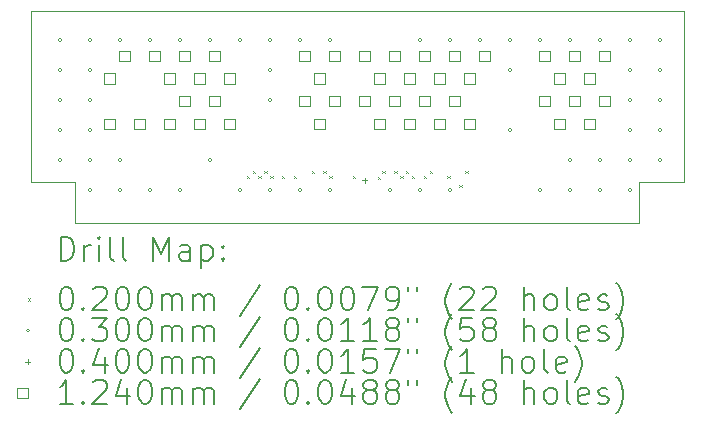
<source format=gbr>
%TF.GenerationSoftware,KiCad,Pcbnew,7.0.7*%
%TF.CreationDate,2023-10-10T05:26:58-05:00*%
%TF.ProjectId,psio-qsb,7073696f-2d71-4736-922e-6b696361645f,rev?*%
%TF.SameCoordinates,Original*%
%TF.FileFunction,Drillmap*%
%TF.FilePolarity,Positive*%
%FSLAX45Y45*%
G04 Gerber Fmt 4.5, Leading zero omitted, Abs format (unit mm)*
G04 Created by KiCad (PCBNEW 7.0.7) date 2023-10-10 05:26:58*
%MOMM*%
%LPD*%
G01*
G04 APERTURE LIST*
%ADD10C,0.100000*%
%ADD11C,0.200000*%
%ADD12C,0.020000*%
%ADD13C,0.030000*%
%ADD14C,0.040000*%
%ADD15C,0.124000*%
G04 APERTURE END LIST*
D10*
X17710000Y-11460000D02*
X12180000Y-11460000D01*
X12180000Y-11460000D02*
X12180000Y-12915000D01*
X17330000Y-12910000D02*
X17710000Y-12910000D01*
X12560000Y-13260000D02*
X17330000Y-13260000D01*
X12180000Y-12915000D02*
X12560000Y-12915000D01*
X17330000Y-13260000D02*
X17330000Y-12910000D01*
X12560000Y-12915000D02*
X12560000Y-13260000D01*
X17710000Y-12910000D02*
X17710000Y-11460000D01*
D11*
D12*
X14010000Y-12860000D02*
X14030000Y-12880000D01*
X14030000Y-12860000D02*
X14010000Y-12880000D01*
X14060000Y-12817500D02*
X14080000Y-12837500D01*
X14080000Y-12817500D02*
X14060000Y-12837500D01*
X14110000Y-12860000D02*
X14130000Y-12880000D01*
X14130000Y-12860000D02*
X14110000Y-12880000D01*
X14160000Y-12817500D02*
X14180000Y-12837500D01*
X14180000Y-12817500D02*
X14160000Y-12837500D01*
X14210000Y-12860000D02*
X14230000Y-12880000D01*
X14230000Y-12860000D02*
X14210000Y-12880000D01*
X14310000Y-12860000D02*
X14330000Y-12880000D01*
X14330000Y-12860000D02*
X14310000Y-12880000D01*
X14410000Y-12860000D02*
X14430000Y-12880000D01*
X14430000Y-12860000D02*
X14410000Y-12880000D01*
X14560000Y-12817500D02*
X14580000Y-12837500D01*
X14580000Y-12817500D02*
X14560000Y-12837500D01*
X14660000Y-12817500D02*
X14680000Y-12837500D01*
X14680000Y-12817500D02*
X14660000Y-12837500D01*
X14710000Y-12860000D02*
X14730000Y-12880000D01*
X14730000Y-12860000D02*
X14710000Y-12880000D01*
X14910000Y-12860000D02*
X14930000Y-12880000D01*
X14930000Y-12860000D02*
X14910000Y-12880000D01*
X15122500Y-12870000D02*
X15142500Y-12890000D01*
X15142500Y-12870000D02*
X15122500Y-12890000D01*
X15160000Y-12817500D02*
X15180000Y-12837500D01*
X15180000Y-12817500D02*
X15160000Y-12837500D01*
X15260000Y-12817500D02*
X15280000Y-12837500D01*
X15280000Y-12817500D02*
X15260000Y-12837500D01*
X15310000Y-12860000D02*
X15330000Y-12880000D01*
X15330000Y-12860000D02*
X15310000Y-12880000D01*
X15360000Y-12817500D02*
X15380000Y-12837500D01*
X15380000Y-12817500D02*
X15360000Y-12837500D01*
X15410000Y-12860000D02*
X15430000Y-12880000D01*
X15430000Y-12860000D02*
X15410000Y-12880000D01*
X15510000Y-12860000D02*
X15530000Y-12880000D01*
X15530000Y-12860000D02*
X15510000Y-12880000D01*
X15560000Y-12817500D02*
X15580000Y-12837500D01*
X15580000Y-12817500D02*
X15560000Y-12837500D01*
X15710000Y-12860000D02*
X15730000Y-12880000D01*
X15730000Y-12860000D02*
X15710000Y-12880000D01*
X15809398Y-12935000D02*
X15829398Y-12955000D01*
X15829398Y-12935000D02*
X15809398Y-12955000D01*
X15860000Y-12817500D02*
X15880000Y-12837500D01*
X15880000Y-12817500D02*
X15860000Y-12837500D01*
D13*
X12444000Y-11709000D02*
G75*
G03*
X12444000Y-11709000I-15000J0D01*
G01*
X12444000Y-11963000D02*
G75*
G03*
X12444000Y-11963000I-15000J0D01*
G01*
X12444000Y-12217000D02*
G75*
G03*
X12444000Y-12217000I-15000J0D01*
G01*
X12444000Y-12471000D02*
G75*
G03*
X12444000Y-12471000I-15000J0D01*
G01*
X12444000Y-12725000D02*
G75*
G03*
X12444000Y-12725000I-15000J0D01*
G01*
X12698000Y-11709000D02*
G75*
G03*
X12698000Y-11709000I-15000J0D01*
G01*
X12698000Y-11963000D02*
G75*
G03*
X12698000Y-11963000I-15000J0D01*
G01*
X12698000Y-12217000D02*
G75*
G03*
X12698000Y-12217000I-15000J0D01*
G01*
X12698000Y-12471000D02*
G75*
G03*
X12698000Y-12471000I-15000J0D01*
G01*
X12698000Y-12725000D02*
G75*
G03*
X12698000Y-12725000I-15000J0D01*
G01*
X12698000Y-12979000D02*
G75*
G03*
X12698000Y-12979000I-15000J0D01*
G01*
X12952000Y-11709000D02*
G75*
G03*
X12952000Y-11709000I-15000J0D01*
G01*
X12952000Y-12725000D02*
G75*
G03*
X12952000Y-12725000I-15000J0D01*
G01*
X12952000Y-12979000D02*
G75*
G03*
X12952000Y-12979000I-15000J0D01*
G01*
X13206000Y-11709000D02*
G75*
G03*
X13206000Y-11709000I-15000J0D01*
G01*
X13206000Y-12979000D02*
G75*
G03*
X13206000Y-12979000I-15000J0D01*
G01*
X13460000Y-11709000D02*
G75*
G03*
X13460000Y-11709000I-15000J0D01*
G01*
X13460000Y-12979000D02*
G75*
G03*
X13460000Y-12979000I-15000J0D01*
G01*
X13714000Y-11709000D02*
G75*
G03*
X13714000Y-11709000I-15000J0D01*
G01*
X13714000Y-12725000D02*
G75*
G03*
X13714000Y-12725000I-15000J0D01*
G01*
X13968000Y-11709000D02*
G75*
G03*
X13968000Y-11709000I-15000J0D01*
G01*
X13968000Y-12979000D02*
G75*
G03*
X13968000Y-12979000I-15000J0D01*
G01*
X14222000Y-11709000D02*
G75*
G03*
X14222000Y-11709000I-15000J0D01*
G01*
X14222000Y-11963000D02*
G75*
G03*
X14222000Y-11963000I-15000J0D01*
G01*
X14222000Y-12217000D02*
G75*
G03*
X14222000Y-12217000I-15000J0D01*
G01*
X14222000Y-12979000D02*
G75*
G03*
X14222000Y-12979000I-15000J0D01*
G01*
X14476000Y-11709000D02*
G75*
G03*
X14476000Y-11709000I-15000J0D01*
G01*
X14476000Y-12979000D02*
G75*
G03*
X14476000Y-12979000I-15000J0D01*
G01*
X14730000Y-11709000D02*
G75*
G03*
X14730000Y-11709000I-15000J0D01*
G01*
X14730000Y-12979000D02*
G75*
G03*
X14730000Y-12979000I-15000J0D01*
G01*
X15238000Y-12979000D02*
G75*
G03*
X15238000Y-12979000I-15000J0D01*
G01*
X15492000Y-11709000D02*
G75*
G03*
X15492000Y-11709000I-15000J0D01*
G01*
X15492000Y-12979000D02*
G75*
G03*
X15492000Y-12979000I-15000J0D01*
G01*
X15746000Y-11709000D02*
G75*
G03*
X15746000Y-11709000I-15000J0D01*
G01*
X15746000Y-12979000D02*
G75*
G03*
X15746000Y-12979000I-15000J0D01*
G01*
X16000000Y-11709000D02*
G75*
G03*
X16000000Y-11709000I-15000J0D01*
G01*
X16254000Y-11709000D02*
G75*
G03*
X16254000Y-11709000I-15000J0D01*
G01*
X16254000Y-11963000D02*
G75*
G03*
X16254000Y-11963000I-15000J0D01*
G01*
X16254000Y-12471000D02*
G75*
G03*
X16254000Y-12471000I-15000J0D01*
G01*
X16508000Y-11709000D02*
G75*
G03*
X16508000Y-11709000I-15000J0D01*
G01*
X16508000Y-12979000D02*
G75*
G03*
X16508000Y-12979000I-15000J0D01*
G01*
X16762000Y-11709000D02*
G75*
G03*
X16762000Y-11709000I-15000J0D01*
G01*
X16762000Y-12725000D02*
G75*
G03*
X16762000Y-12725000I-15000J0D01*
G01*
X16762000Y-12979000D02*
G75*
G03*
X16762000Y-12979000I-15000J0D01*
G01*
X17016000Y-11709000D02*
G75*
G03*
X17016000Y-11709000I-15000J0D01*
G01*
X17016000Y-12725000D02*
G75*
G03*
X17016000Y-12725000I-15000J0D01*
G01*
X17016000Y-12979000D02*
G75*
G03*
X17016000Y-12979000I-15000J0D01*
G01*
X17270000Y-11709000D02*
G75*
G03*
X17270000Y-11709000I-15000J0D01*
G01*
X17270000Y-11963000D02*
G75*
G03*
X17270000Y-11963000I-15000J0D01*
G01*
X17270000Y-12217000D02*
G75*
G03*
X17270000Y-12217000I-15000J0D01*
G01*
X17270000Y-12471000D02*
G75*
G03*
X17270000Y-12471000I-15000J0D01*
G01*
X17270000Y-12725000D02*
G75*
G03*
X17270000Y-12725000I-15000J0D01*
G01*
X17270000Y-12979000D02*
G75*
G03*
X17270000Y-12979000I-15000J0D01*
G01*
X17524000Y-11709000D02*
G75*
G03*
X17524000Y-11709000I-15000J0D01*
G01*
X17524000Y-11963000D02*
G75*
G03*
X17524000Y-11963000I-15000J0D01*
G01*
X17524000Y-12217000D02*
G75*
G03*
X17524000Y-12217000I-15000J0D01*
G01*
X17524000Y-12471000D02*
G75*
G03*
X17524000Y-12471000I-15000J0D01*
G01*
X17524000Y-12725000D02*
G75*
G03*
X17524000Y-12725000I-15000J0D01*
G01*
D14*
X15010000Y-12877500D02*
X15010000Y-12917500D01*
X14990000Y-12897500D02*
X15030000Y-12897500D01*
D15*
X12893841Y-12079841D02*
X12893841Y-11992159D01*
X12806159Y-11992159D01*
X12806159Y-12079841D01*
X12893841Y-12079841D01*
X12893841Y-12461841D02*
X12893841Y-12374159D01*
X12806159Y-12374159D01*
X12806159Y-12461841D01*
X12893841Y-12461841D01*
X13020841Y-11888841D02*
X13020841Y-11801159D01*
X12933159Y-11801159D01*
X12933159Y-11888841D01*
X13020841Y-11888841D01*
X13147841Y-12461841D02*
X13147841Y-12374159D01*
X13060159Y-12374159D01*
X13060159Y-12461841D01*
X13147841Y-12461841D01*
X13274841Y-11888841D02*
X13274841Y-11801159D01*
X13187159Y-11801159D01*
X13187159Y-11888841D01*
X13274841Y-11888841D01*
X13401841Y-12079841D02*
X13401841Y-11992159D01*
X13314159Y-11992159D01*
X13314159Y-12079841D01*
X13401841Y-12079841D01*
X13401841Y-12461841D02*
X13401841Y-12374159D01*
X13314159Y-12374159D01*
X13314159Y-12461841D01*
X13401841Y-12461841D01*
X13528841Y-11888841D02*
X13528841Y-11801159D01*
X13441159Y-11801159D01*
X13441159Y-11888841D01*
X13528841Y-11888841D01*
X13528841Y-12270841D02*
X13528841Y-12183159D01*
X13441159Y-12183159D01*
X13441159Y-12270841D01*
X13528841Y-12270841D01*
X13655841Y-12079841D02*
X13655841Y-11992159D01*
X13568159Y-11992159D01*
X13568159Y-12079841D01*
X13655841Y-12079841D01*
X13655841Y-12461841D02*
X13655841Y-12374159D01*
X13568159Y-12374159D01*
X13568159Y-12461841D01*
X13655841Y-12461841D01*
X13782841Y-11888841D02*
X13782841Y-11801159D01*
X13695159Y-11801159D01*
X13695159Y-11888841D01*
X13782841Y-11888841D01*
X13782841Y-12270841D02*
X13782841Y-12183159D01*
X13695159Y-12183159D01*
X13695159Y-12270841D01*
X13782841Y-12270841D01*
X13909841Y-12079841D02*
X13909841Y-11992159D01*
X13822159Y-11992159D01*
X13822159Y-12079841D01*
X13909841Y-12079841D01*
X13909841Y-12461841D02*
X13909841Y-12374159D01*
X13822159Y-12374159D01*
X13822159Y-12461841D01*
X13909841Y-12461841D01*
X14544841Y-11888841D02*
X14544841Y-11801159D01*
X14457159Y-11801159D01*
X14457159Y-11888841D01*
X14544841Y-11888841D01*
X14544841Y-12270841D02*
X14544841Y-12183159D01*
X14457159Y-12183159D01*
X14457159Y-12270841D01*
X14544841Y-12270841D01*
X14671841Y-12079841D02*
X14671841Y-11992159D01*
X14584159Y-11992159D01*
X14584159Y-12079841D01*
X14671841Y-12079841D01*
X14671841Y-12461841D02*
X14671841Y-12374159D01*
X14584159Y-12374159D01*
X14584159Y-12461841D01*
X14671841Y-12461841D01*
X14798841Y-11888841D02*
X14798841Y-11801159D01*
X14711159Y-11801159D01*
X14711159Y-11888841D01*
X14798841Y-11888841D01*
X14798841Y-12270841D02*
X14798841Y-12183159D01*
X14711159Y-12183159D01*
X14711159Y-12270841D01*
X14798841Y-12270841D01*
X15052841Y-11888841D02*
X15052841Y-11801159D01*
X14965159Y-11801159D01*
X14965159Y-11888841D01*
X15052841Y-11888841D01*
X15052841Y-12270841D02*
X15052841Y-12183159D01*
X14965159Y-12183159D01*
X14965159Y-12270841D01*
X15052841Y-12270841D01*
X15179841Y-12079841D02*
X15179841Y-11992159D01*
X15092159Y-11992159D01*
X15092159Y-12079841D01*
X15179841Y-12079841D01*
X15179841Y-12461841D02*
X15179841Y-12374159D01*
X15092159Y-12374159D01*
X15092159Y-12461841D01*
X15179841Y-12461841D01*
X15306841Y-11888841D02*
X15306841Y-11801159D01*
X15219159Y-11801159D01*
X15219159Y-11888841D01*
X15306841Y-11888841D01*
X15306841Y-12270841D02*
X15306841Y-12183159D01*
X15219159Y-12183159D01*
X15219159Y-12270841D01*
X15306841Y-12270841D01*
X15433841Y-12079841D02*
X15433841Y-11992159D01*
X15346159Y-11992159D01*
X15346159Y-12079841D01*
X15433841Y-12079841D01*
X15433841Y-12461841D02*
X15433841Y-12374159D01*
X15346159Y-12374159D01*
X15346159Y-12461841D01*
X15433841Y-12461841D01*
X15560841Y-11888841D02*
X15560841Y-11801159D01*
X15473159Y-11801159D01*
X15473159Y-11888841D01*
X15560841Y-11888841D01*
X15560841Y-12270841D02*
X15560841Y-12183159D01*
X15473159Y-12183159D01*
X15473159Y-12270841D01*
X15560841Y-12270841D01*
X15687841Y-12079841D02*
X15687841Y-11992159D01*
X15600159Y-11992159D01*
X15600159Y-12079841D01*
X15687841Y-12079841D01*
X15687841Y-12461841D02*
X15687841Y-12374159D01*
X15600159Y-12374159D01*
X15600159Y-12461841D01*
X15687841Y-12461841D01*
X15814841Y-11888841D02*
X15814841Y-11801159D01*
X15727159Y-11801159D01*
X15727159Y-11888841D01*
X15814841Y-11888841D01*
X15814841Y-12270841D02*
X15814841Y-12183159D01*
X15727159Y-12183159D01*
X15727159Y-12270841D01*
X15814841Y-12270841D01*
X15941841Y-12079841D02*
X15941841Y-11992159D01*
X15854159Y-11992159D01*
X15854159Y-12079841D01*
X15941841Y-12079841D01*
X15941841Y-12461841D02*
X15941841Y-12374159D01*
X15854159Y-12374159D01*
X15854159Y-12461841D01*
X15941841Y-12461841D01*
X16068841Y-11888841D02*
X16068841Y-11801159D01*
X15981159Y-11801159D01*
X15981159Y-11888841D01*
X16068841Y-11888841D01*
X16576841Y-11888841D02*
X16576841Y-11801159D01*
X16489159Y-11801159D01*
X16489159Y-11888841D01*
X16576841Y-11888841D01*
X16576841Y-12270841D02*
X16576841Y-12183159D01*
X16489159Y-12183159D01*
X16489159Y-12270841D01*
X16576841Y-12270841D01*
X16703841Y-12079841D02*
X16703841Y-11992159D01*
X16616159Y-11992159D01*
X16616159Y-12079841D01*
X16703841Y-12079841D01*
X16703841Y-12461841D02*
X16703841Y-12374159D01*
X16616159Y-12374159D01*
X16616159Y-12461841D01*
X16703841Y-12461841D01*
X16830841Y-11888841D02*
X16830841Y-11801159D01*
X16743159Y-11801159D01*
X16743159Y-11888841D01*
X16830841Y-11888841D01*
X16830841Y-12270841D02*
X16830841Y-12183159D01*
X16743159Y-12183159D01*
X16743159Y-12270841D01*
X16830841Y-12270841D01*
X16957841Y-12079841D02*
X16957841Y-11992159D01*
X16870159Y-11992159D01*
X16870159Y-12079841D01*
X16957841Y-12079841D01*
X16957841Y-12461841D02*
X16957841Y-12374159D01*
X16870159Y-12374159D01*
X16870159Y-12461841D01*
X16957841Y-12461841D01*
X17084841Y-11888841D02*
X17084841Y-11801159D01*
X16997159Y-11801159D01*
X16997159Y-11888841D01*
X17084841Y-11888841D01*
X17084841Y-12270841D02*
X17084841Y-12183159D01*
X16997159Y-12183159D01*
X16997159Y-12270841D01*
X17084841Y-12270841D01*
D11*
X12435777Y-13576484D02*
X12435777Y-13376484D01*
X12435777Y-13376484D02*
X12483396Y-13376484D01*
X12483396Y-13376484D02*
X12511967Y-13386008D01*
X12511967Y-13386008D02*
X12531015Y-13405055D01*
X12531015Y-13405055D02*
X12540539Y-13424103D01*
X12540539Y-13424103D02*
X12550062Y-13462198D01*
X12550062Y-13462198D02*
X12550062Y-13490769D01*
X12550062Y-13490769D02*
X12540539Y-13528865D01*
X12540539Y-13528865D02*
X12531015Y-13547912D01*
X12531015Y-13547912D02*
X12511967Y-13566960D01*
X12511967Y-13566960D02*
X12483396Y-13576484D01*
X12483396Y-13576484D02*
X12435777Y-13576484D01*
X12635777Y-13576484D02*
X12635777Y-13443150D01*
X12635777Y-13481246D02*
X12645301Y-13462198D01*
X12645301Y-13462198D02*
X12654824Y-13452674D01*
X12654824Y-13452674D02*
X12673872Y-13443150D01*
X12673872Y-13443150D02*
X12692920Y-13443150D01*
X12759586Y-13576484D02*
X12759586Y-13443150D01*
X12759586Y-13376484D02*
X12750062Y-13386008D01*
X12750062Y-13386008D02*
X12759586Y-13395531D01*
X12759586Y-13395531D02*
X12769110Y-13386008D01*
X12769110Y-13386008D02*
X12759586Y-13376484D01*
X12759586Y-13376484D02*
X12759586Y-13395531D01*
X12883396Y-13576484D02*
X12864348Y-13566960D01*
X12864348Y-13566960D02*
X12854824Y-13547912D01*
X12854824Y-13547912D02*
X12854824Y-13376484D01*
X12988158Y-13576484D02*
X12969110Y-13566960D01*
X12969110Y-13566960D02*
X12959586Y-13547912D01*
X12959586Y-13547912D02*
X12959586Y-13376484D01*
X13216729Y-13576484D02*
X13216729Y-13376484D01*
X13216729Y-13376484D02*
X13283396Y-13519341D01*
X13283396Y-13519341D02*
X13350062Y-13376484D01*
X13350062Y-13376484D02*
X13350062Y-13576484D01*
X13531015Y-13576484D02*
X13531015Y-13471722D01*
X13531015Y-13471722D02*
X13521491Y-13452674D01*
X13521491Y-13452674D02*
X13502443Y-13443150D01*
X13502443Y-13443150D02*
X13464348Y-13443150D01*
X13464348Y-13443150D02*
X13445301Y-13452674D01*
X13531015Y-13566960D02*
X13511967Y-13576484D01*
X13511967Y-13576484D02*
X13464348Y-13576484D01*
X13464348Y-13576484D02*
X13445301Y-13566960D01*
X13445301Y-13566960D02*
X13435777Y-13547912D01*
X13435777Y-13547912D02*
X13435777Y-13528865D01*
X13435777Y-13528865D02*
X13445301Y-13509817D01*
X13445301Y-13509817D02*
X13464348Y-13500293D01*
X13464348Y-13500293D02*
X13511967Y-13500293D01*
X13511967Y-13500293D02*
X13531015Y-13490769D01*
X13626253Y-13443150D02*
X13626253Y-13643150D01*
X13626253Y-13452674D02*
X13645301Y-13443150D01*
X13645301Y-13443150D02*
X13683396Y-13443150D01*
X13683396Y-13443150D02*
X13702443Y-13452674D01*
X13702443Y-13452674D02*
X13711967Y-13462198D01*
X13711967Y-13462198D02*
X13721491Y-13481246D01*
X13721491Y-13481246D02*
X13721491Y-13538388D01*
X13721491Y-13538388D02*
X13711967Y-13557436D01*
X13711967Y-13557436D02*
X13702443Y-13566960D01*
X13702443Y-13566960D02*
X13683396Y-13576484D01*
X13683396Y-13576484D02*
X13645301Y-13576484D01*
X13645301Y-13576484D02*
X13626253Y-13566960D01*
X13807205Y-13557436D02*
X13816729Y-13566960D01*
X13816729Y-13566960D02*
X13807205Y-13576484D01*
X13807205Y-13576484D02*
X13797682Y-13566960D01*
X13797682Y-13566960D02*
X13807205Y-13557436D01*
X13807205Y-13557436D02*
X13807205Y-13576484D01*
X13807205Y-13452674D02*
X13816729Y-13462198D01*
X13816729Y-13462198D02*
X13807205Y-13471722D01*
X13807205Y-13471722D02*
X13797682Y-13462198D01*
X13797682Y-13462198D02*
X13807205Y-13452674D01*
X13807205Y-13452674D02*
X13807205Y-13471722D01*
D12*
X12155000Y-13895000D02*
X12175000Y-13915000D01*
X12175000Y-13895000D02*
X12155000Y-13915000D01*
D11*
X12473872Y-13796484D02*
X12492920Y-13796484D01*
X12492920Y-13796484D02*
X12511967Y-13806008D01*
X12511967Y-13806008D02*
X12521491Y-13815531D01*
X12521491Y-13815531D02*
X12531015Y-13834579D01*
X12531015Y-13834579D02*
X12540539Y-13872674D01*
X12540539Y-13872674D02*
X12540539Y-13920293D01*
X12540539Y-13920293D02*
X12531015Y-13958388D01*
X12531015Y-13958388D02*
X12521491Y-13977436D01*
X12521491Y-13977436D02*
X12511967Y-13986960D01*
X12511967Y-13986960D02*
X12492920Y-13996484D01*
X12492920Y-13996484D02*
X12473872Y-13996484D01*
X12473872Y-13996484D02*
X12454824Y-13986960D01*
X12454824Y-13986960D02*
X12445301Y-13977436D01*
X12445301Y-13977436D02*
X12435777Y-13958388D01*
X12435777Y-13958388D02*
X12426253Y-13920293D01*
X12426253Y-13920293D02*
X12426253Y-13872674D01*
X12426253Y-13872674D02*
X12435777Y-13834579D01*
X12435777Y-13834579D02*
X12445301Y-13815531D01*
X12445301Y-13815531D02*
X12454824Y-13806008D01*
X12454824Y-13806008D02*
X12473872Y-13796484D01*
X12626253Y-13977436D02*
X12635777Y-13986960D01*
X12635777Y-13986960D02*
X12626253Y-13996484D01*
X12626253Y-13996484D02*
X12616729Y-13986960D01*
X12616729Y-13986960D02*
X12626253Y-13977436D01*
X12626253Y-13977436D02*
X12626253Y-13996484D01*
X12711967Y-13815531D02*
X12721491Y-13806008D01*
X12721491Y-13806008D02*
X12740539Y-13796484D01*
X12740539Y-13796484D02*
X12788158Y-13796484D01*
X12788158Y-13796484D02*
X12807205Y-13806008D01*
X12807205Y-13806008D02*
X12816729Y-13815531D01*
X12816729Y-13815531D02*
X12826253Y-13834579D01*
X12826253Y-13834579D02*
X12826253Y-13853627D01*
X12826253Y-13853627D02*
X12816729Y-13882198D01*
X12816729Y-13882198D02*
X12702443Y-13996484D01*
X12702443Y-13996484D02*
X12826253Y-13996484D01*
X12950062Y-13796484D02*
X12969110Y-13796484D01*
X12969110Y-13796484D02*
X12988158Y-13806008D01*
X12988158Y-13806008D02*
X12997682Y-13815531D01*
X12997682Y-13815531D02*
X13007205Y-13834579D01*
X13007205Y-13834579D02*
X13016729Y-13872674D01*
X13016729Y-13872674D02*
X13016729Y-13920293D01*
X13016729Y-13920293D02*
X13007205Y-13958388D01*
X13007205Y-13958388D02*
X12997682Y-13977436D01*
X12997682Y-13977436D02*
X12988158Y-13986960D01*
X12988158Y-13986960D02*
X12969110Y-13996484D01*
X12969110Y-13996484D02*
X12950062Y-13996484D01*
X12950062Y-13996484D02*
X12931015Y-13986960D01*
X12931015Y-13986960D02*
X12921491Y-13977436D01*
X12921491Y-13977436D02*
X12911967Y-13958388D01*
X12911967Y-13958388D02*
X12902443Y-13920293D01*
X12902443Y-13920293D02*
X12902443Y-13872674D01*
X12902443Y-13872674D02*
X12911967Y-13834579D01*
X12911967Y-13834579D02*
X12921491Y-13815531D01*
X12921491Y-13815531D02*
X12931015Y-13806008D01*
X12931015Y-13806008D02*
X12950062Y-13796484D01*
X13140539Y-13796484D02*
X13159586Y-13796484D01*
X13159586Y-13796484D02*
X13178634Y-13806008D01*
X13178634Y-13806008D02*
X13188158Y-13815531D01*
X13188158Y-13815531D02*
X13197682Y-13834579D01*
X13197682Y-13834579D02*
X13207205Y-13872674D01*
X13207205Y-13872674D02*
X13207205Y-13920293D01*
X13207205Y-13920293D02*
X13197682Y-13958388D01*
X13197682Y-13958388D02*
X13188158Y-13977436D01*
X13188158Y-13977436D02*
X13178634Y-13986960D01*
X13178634Y-13986960D02*
X13159586Y-13996484D01*
X13159586Y-13996484D02*
X13140539Y-13996484D01*
X13140539Y-13996484D02*
X13121491Y-13986960D01*
X13121491Y-13986960D02*
X13111967Y-13977436D01*
X13111967Y-13977436D02*
X13102443Y-13958388D01*
X13102443Y-13958388D02*
X13092920Y-13920293D01*
X13092920Y-13920293D02*
X13092920Y-13872674D01*
X13092920Y-13872674D02*
X13102443Y-13834579D01*
X13102443Y-13834579D02*
X13111967Y-13815531D01*
X13111967Y-13815531D02*
X13121491Y-13806008D01*
X13121491Y-13806008D02*
X13140539Y-13796484D01*
X13292920Y-13996484D02*
X13292920Y-13863150D01*
X13292920Y-13882198D02*
X13302443Y-13872674D01*
X13302443Y-13872674D02*
X13321491Y-13863150D01*
X13321491Y-13863150D02*
X13350063Y-13863150D01*
X13350063Y-13863150D02*
X13369110Y-13872674D01*
X13369110Y-13872674D02*
X13378634Y-13891722D01*
X13378634Y-13891722D02*
X13378634Y-13996484D01*
X13378634Y-13891722D02*
X13388158Y-13872674D01*
X13388158Y-13872674D02*
X13407205Y-13863150D01*
X13407205Y-13863150D02*
X13435777Y-13863150D01*
X13435777Y-13863150D02*
X13454824Y-13872674D01*
X13454824Y-13872674D02*
X13464348Y-13891722D01*
X13464348Y-13891722D02*
X13464348Y-13996484D01*
X13559586Y-13996484D02*
X13559586Y-13863150D01*
X13559586Y-13882198D02*
X13569110Y-13872674D01*
X13569110Y-13872674D02*
X13588158Y-13863150D01*
X13588158Y-13863150D02*
X13616729Y-13863150D01*
X13616729Y-13863150D02*
X13635777Y-13872674D01*
X13635777Y-13872674D02*
X13645301Y-13891722D01*
X13645301Y-13891722D02*
X13645301Y-13996484D01*
X13645301Y-13891722D02*
X13654824Y-13872674D01*
X13654824Y-13872674D02*
X13673872Y-13863150D01*
X13673872Y-13863150D02*
X13702443Y-13863150D01*
X13702443Y-13863150D02*
X13721491Y-13872674D01*
X13721491Y-13872674D02*
X13731015Y-13891722D01*
X13731015Y-13891722D02*
X13731015Y-13996484D01*
X14121491Y-13786960D02*
X13950063Y-14044103D01*
X14378634Y-13796484D02*
X14397682Y-13796484D01*
X14397682Y-13796484D02*
X14416729Y-13806008D01*
X14416729Y-13806008D02*
X14426253Y-13815531D01*
X14426253Y-13815531D02*
X14435777Y-13834579D01*
X14435777Y-13834579D02*
X14445301Y-13872674D01*
X14445301Y-13872674D02*
X14445301Y-13920293D01*
X14445301Y-13920293D02*
X14435777Y-13958388D01*
X14435777Y-13958388D02*
X14426253Y-13977436D01*
X14426253Y-13977436D02*
X14416729Y-13986960D01*
X14416729Y-13986960D02*
X14397682Y-13996484D01*
X14397682Y-13996484D02*
X14378634Y-13996484D01*
X14378634Y-13996484D02*
X14359586Y-13986960D01*
X14359586Y-13986960D02*
X14350063Y-13977436D01*
X14350063Y-13977436D02*
X14340539Y-13958388D01*
X14340539Y-13958388D02*
X14331015Y-13920293D01*
X14331015Y-13920293D02*
X14331015Y-13872674D01*
X14331015Y-13872674D02*
X14340539Y-13834579D01*
X14340539Y-13834579D02*
X14350063Y-13815531D01*
X14350063Y-13815531D02*
X14359586Y-13806008D01*
X14359586Y-13806008D02*
X14378634Y-13796484D01*
X14531015Y-13977436D02*
X14540539Y-13986960D01*
X14540539Y-13986960D02*
X14531015Y-13996484D01*
X14531015Y-13996484D02*
X14521491Y-13986960D01*
X14521491Y-13986960D02*
X14531015Y-13977436D01*
X14531015Y-13977436D02*
X14531015Y-13996484D01*
X14664348Y-13796484D02*
X14683396Y-13796484D01*
X14683396Y-13796484D02*
X14702444Y-13806008D01*
X14702444Y-13806008D02*
X14711967Y-13815531D01*
X14711967Y-13815531D02*
X14721491Y-13834579D01*
X14721491Y-13834579D02*
X14731015Y-13872674D01*
X14731015Y-13872674D02*
X14731015Y-13920293D01*
X14731015Y-13920293D02*
X14721491Y-13958388D01*
X14721491Y-13958388D02*
X14711967Y-13977436D01*
X14711967Y-13977436D02*
X14702444Y-13986960D01*
X14702444Y-13986960D02*
X14683396Y-13996484D01*
X14683396Y-13996484D02*
X14664348Y-13996484D01*
X14664348Y-13996484D02*
X14645301Y-13986960D01*
X14645301Y-13986960D02*
X14635777Y-13977436D01*
X14635777Y-13977436D02*
X14626253Y-13958388D01*
X14626253Y-13958388D02*
X14616729Y-13920293D01*
X14616729Y-13920293D02*
X14616729Y-13872674D01*
X14616729Y-13872674D02*
X14626253Y-13834579D01*
X14626253Y-13834579D02*
X14635777Y-13815531D01*
X14635777Y-13815531D02*
X14645301Y-13806008D01*
X14645301Y-13806008D02*
X14664348Y-13796484D01*
X14854825Y-13796484D02*
X14873872Y-13796484D01*
X14873872Y-13796484D02*
X14892920Y-13806008D01*
X14892920Y-13806008D02*
X14902444Y-13815531D01*
X14902444Y-13815531D02*
X14911967Y-13834579D01*
X14911967Y-13834579D02*
X14921491Y-13872674D01*
X14921491Y-13872674D02*
X14921491Y-13920293D01*
X14921491Y-13920293D02*
X14911967Y-13958388D01*
X14911967Y-13958388D02*
X14902444Y-13977436D01*
X14902444Y-13977436D02*
X14892920Y-13986960D01*
X14892920Y-13986960D02*
X14873872Y-13996484D01*
X14873872Y-13996484D02*
X14854825Y-13996484D01*
X14854825Y-13996484D02*
X14835777Y-13986960D01*
X14835777Y-13986960D02*
X14826253Y-13977436D01*
X14826253Y-13977436D02*
X14816729Y-13958388D01*
X14816729Y-13958388D02*
X14807206Y-13920293D01*
X14807206Y-13920293D02*
X14807206Y-13872674D01*
X14807206Y-13872674D02*
X14816729Y-13834579D01*
X14816729Y-13834579D02*
X14826253Y-13815531D01*
X14826253Y-13815531D02*
X14835777Y-13806008D01*
X14835777Y-13806008D02*
X14854825Y-13796484D01*
X14988158Y-13796484D02*
X15121491Y-13796484D01*
X15121491Y-13796484D02*
X15035777Y-13996484D01*
X15207206Y-13996484D02*
X15245301Y-13996484D01*
X15245301Y-13996484D02*
X15264348Y-13986960D01*
X15264348Y-13986960D02*
X15273872Y-13977436D01*
X15273872Y-13977436D02*
X15292920Y-13948865D01*
X15292920Y-13948865D02*
X15302444Y-13910769D01*
X15302444Y-13910769D02*
X15302444Y-13834579D01*
X15302444Y-13834579D02*
X15292920Y-13815531D01*
X15292920Y-13815531D02*
X15283396Y-13806008D01*
X15283396Y-13806008D02*
X15264348Y-13796484D01*
X15264348Y-13796484D02*
X15226253Y-13796484D01*
X15226253Y-13796484D02*
X15207206Y-13806008D01*
X15207206Y-13806008D02*
X15197682Y-13815531D01*
X15197682Y-13815531D02*
X15188158Y-13834579D01*
X15188158Y-13834579D02*
X15188158Y-13882198D01*
X15188158Y-13882198D02*
X15197682Y-13901246D01*
X15197682Y-13901246D02*
X15207206Y-13910769D01*
X15207206Y-13910769D02*
X15226253Y-13920293D01*
X15226253Y-13920293D02*
X15264348Y-13920293D01*
X15264348Y-13920293D02*
X15283396Y-13910769D01*
X15283396Y-13910769D02*
X15292920Y-13901246D01*
X15292920Y-13901246D02*
X15302444Y-13882198D01*
X15378634Y-13796484D02*
X15378634Y-13834579D01*
X15454825Y-13796484D02*
X15454825Y-13834579D01*
X15750063Y-14072674D02*
X15740539Y-14063150D01*
X15740539Y-14063150D02*
X15721491Y-14034579D01*
X15721491Y-14034579D02*
X15711968Y-14015531D01*
X15711968Y-14015531D02*
X15702444Y-13986960D01*
X15702444Y-13986960D02*
X15692920Y-13939341D01*
X15692920Y-13939341D02*
X15692920Y-13901246D01*
X15692920Y-13901246D02*
X15702444Y-13853627D01*
X15702444Y-13853627D02*
X15711968Y-13825055D01*
X15711968Y-13825055D02*
X15721491Y-13806008D01*
X15721491Y-13806008D02*
X15740539Y-13777436D01*
X15740539Y-13777436D02*
X15750063Y-13767912D01*
X15816729Y-13815531D02*
X15826253Y-13806008D01*
X15826253Y-13806008D02*
X15845301Y-13796484D01*
X15845301Y-13796484D02*
X15892920Y-13796484D01*
X15892920Y-13796484D02*
X15911968Y-13806008D01*
X15911968Y-13806008D02*
X15921491Y-13815531D01*
X15921491Y-13815531D02*
X15931015Y-13834579D01*
X15931015Y-13834579D02*
X15931015Y-13853627D01*
X15931015Y-13853627D02*
X15921491Y-13882198D01*
X15921491Y-13882198D02*
X15807206Y-13996484D01*
X15807206Y-13996484D02*
X15931015Y-13996484D01*
X16007206Y-13815531D02*
X16016729Y-13806008D01*
X16016729Y-13806008D02*
X16035777Y-13796484D01*
X16035777Y-13796484D02*
X16083396Y-13796484D01*
X16083396Y-13796484D02*
X16102444Y-13806008D01*
X16102444Y-13806008D02*
X16111968Y-13815531D01*
X16111968Y-13815531D02*
X16121491Y-13834579D01*
X16121491Y-13834579D02*
X16121491Y-13853627D01*
X16121491Y-13853627D02*
X16111968Y-13882198D01*
X16111968Y-13882198D02*
X15997682Y-13996484D01*
X15997682Y-13996484D02*
X16121491Y-13996484D01*
X16359587Y-13996484D02*
X16359587Y-13796484D01*
X16445301Y-13996484D02*
X16445301Y-13891722D01*
X16445301Y-13891722D02*
X16435777Y-13872674D01*
X16435777Y-13872674D02*
X16416730Y-13863150D01*
X16416730Y-13863150D02*
X16388158Y-13863150D01*
X16388158Y-13863150D02*
X16369110Y-13872674D01*
X16369110Y-13872674D02*
X16359587Y-13882198D01*
X16569110Y-13996484D02*
X16550063Y-13986960D01*
X16550063Y-13986960D02*
X16540539Y-13977436D01*
X16540539Y-13977436D02*
X16531015Y-13958388D01*
X16531015Y-13958388D02*
X16531015Y-13901246D01*
X16531015Y-13901246D02*
X16540539Y-13882198D01*
X16540539Y-13882198D02*
X16550063Y-13872674D01*
X16550063Y-13872674D02*
X16569110Y-13863150D01*
X16569110Y-13863150D02*
X16597682Y-13863150D01*
X16597682Y-13863150D02*
X16616730Y-13872674D01*
X16616730Y-13872674D02*
X16626253Y-13882198D01*
X16626253Y-13882198D02*
X16635777Y-13901246D01*
X16635777Y-13901246D02*
X16635777Y-13958388D01*
X16635777Y-13958388D02*
X16626253Y-13977436D01*
X16626253Y-13977436D02*
X16616730Y-13986960D01*
X16616730Y-13986960D02*
X16597682Y-13996484D01*
X16597682Y-13996484D02*
X16569110Y-13996484D01*
X16750063Y-13996484D02*
X16731015Y-13986960D01*
X16731015Y-13986960D02*
X16721491Y-13967912D01*
X16721491Y-13967912D02*
X16721491Y-13796484D01*
X16902444Y-13986960D02*
X16883396Y-13996484D01*
X16883396Y-13996484D02*
X16845301Y-13996484D01*
X16845301Y-13996484D02*
X16826253Y-13986960D01*
X16826253Y-13986960D02*
X16816730Y-13967912D01*
X16816730Y-13967912D02*
X16816730Y-13891722D01*
X16816730Y-13891722D02*
X16826253Y-13872674D01*
X16826253Y-13872674D02*
X16845301Y-13863150D01*
X16845301Y-13863150D02*
X16883396Y-13863150D01*
X16883396Y-13863150D02*
X16902444Y-13872674D01*
X16902444Y-13872674D02*
X16911968Y-13891722D01*
X16911968Y-13891722D02*
X16911968Y-13910769D01*
X16911968Y-13910769D02*
X16816730Y-13929817D01*
X16988158Y-13986960D02*
X17007206Y-13996484D01*
X17007206Y-13996484D02*
X17045301Y-13996484D01*
X17045301Y-13996484D02*
X17064349Y-13986960D01*
X17064349Y-13986960D02*
X17073873Y-13967912D01*
X17073873Y-13967912D02*
X17073873Y-13958388D01*
X17073873Y-13958388D02*
X17064349Y-13939341D01*
X17064349Y-13939341D02*
X17045301Y-13929817D01*
X17045301Y-13929817D02*
X17016730Y-13929817D01*
X17016730Y-13929817D02*
X16997682Y-13920293D01*
X16997682Y-13920293D02*
X16988158Y-13901246D01*
X16988158Y-13901246D02*
X16988158Y-13891722D01*
X16988158Y-13891722D02*
X16997682Y-13872674D01*
X16997682Y-13872674D02*
X17016730Y-13863150D01*
X17016730Y-13863150D02*
X17045301Y-13863150D01*
X17045301Y-13863150D02*
X17064349Y-13872674D01*
X17140539Y-14072674D02*
X17150063Y-14063150D01*
X17150063Y-14063150D02*
X17169111Y-14034579D01*
X17169111Y-14034579D02*
X17178634Y-14015531D01*
X17178634Y-14015531D02*
X17188158Y-13986960D01*
X17188158Y-13986960D02*
X17197682Y-13939341D01*
X17197682Y-13939341D02*
X17197682Y-13901246D01*
X17197682Y-13901246D02*
X17188158Y-13853627D01*
X17188158Y-13853627D02*
X17178634Y-13825055D01*
X17178634Y-13825055D02*
X17169111Y-13806008D01*
X17169111Y-13806008D02*
X17150063Y-13777436D01*
X17150063Y-13777436D02*
X17140539Y-13767912D01*
D13*
X12175000Y-14169000D02*
G75*
G03*
X12175000Y-14169000I-15000J0D01*
G01*
D11*
X12473872Y-14060484D02*
X12492920Y-14060484D01*
X12492920Y-14060484D02*
X12511967Y-14070008D01*
X12511967Y-14070008D02*
X12521491Y-14079531D01*
X12521491Y-14079531D02*
X12531015Y-14098579D01*
X12531015Y-14098579D02*
X12540539Y-14136674D01*
X12540539Y-14136674D02*
X12540539Y-14184293D01*
X12540539Y-14184293D02*
X12531015Y-14222388D01*
X12531015Y-14222388D02*
X12521491Y-14241436D01*
X12521491Y-14241436D02*
X12511967Y-14250960D01*
X12511967Y-14250960D02*
X12492920Y-14260484D01*
X12492920Y-14260484D02*
X12473872Y-14260484D01*
X12473872Y-14260484D02*
X12454824Y-14250960D01*
X12454824Y-14250960D02*
X12445301Y-14241436D01*
X12445301Y-14241436D02*
X12435777Y-14222388D01*
X12435777Y-14222388D02*
X12426253Y-14184293D01*
X12426253Y-14184293D02*
X12426253Y-14136674D01*
X12426253Y-14136674D02*
X12435777Y-14098579D01*
X12435777Y-14098579D02*
X12445301Y-14079531D01*
X12445301Y-14079531D02*
X12454824Y-14070008D01*
X12454824Y-14070008D02*
X12473872Y-14060484D01*
X12626253Y-14241436D02*
X12635777Y-14250960D01*
X12635777Y-14250960D02*
X12626253Y-14260484D01*
X12626253Y-14260484D02*
X12616729Y-14250960D01*
X12616729Y-14250960D02*
X12626253Y-14241436D01*
X12626253Y-14241436D02*
X12626253Y-14260484D01*
X12702443Y-14060484D02*
X12826253Y-14060484D01*
X12826253Y-14060484D02*
X12759586Y-14136674D01*
X12759586Y-14136674D02*
X12788158Y-14136674D01*
X12788158Y-14136674D02*
X12807205Y-14146198D01*
X12807205Y-14146198D02*
X12816729Y-14155722D01*
X12816729Y-14155722D02*
X12826253Y-14174769D01*
X12826253Y-14174769D02*
X12826253Y-14222388D01*
X12826253Y-14222388D02*
X12816729Y-14241436D01*
X12816729Y-14241436D02*
X12807205Y-14250960D01*
X12807205Y-14250960D02*
X12788158Y-14260484D01*
X12788158Y-14260484D02*
X12731015Y-14260484D01*
X12731015Y-14260484D02*
X12711967Y-14250960D01*
X12711967Y-14250960D02*
X12702443Y-14241436D01*
X12950062Y-14060484D02*
X12969110Y-14060484D01*
X12969110Y-14060484D02*
X12988158Y-14070008D01*
X12988158Y-14070008D02*
X12997682Y-14079531D01*
X12997682Y-14079531D02*
X13007205Y-14098579D01*
X13007205Y-14098579D02*
X13016729Y-14136674D01*
X13016729Y-14136674D02*
X13016729Y-14184293D01*
X13016729Y-14184293D02*
X13007205Y-14222388D01*
X13007205Y-14222388D02*
X12997682Y-14241436D01*
X12997682Y-14241436D02*
X12988158Y-14250960D01*
X12988158Y-14250960D02*
X12969110Y-14260484D01*
X12969110Y-14260484D02*
X12950062Y-14260484D01*
X12950062Y-14260484D02*
X12931015Y-14250960D01*
X12931015Y-14250960D02*
X12921491Y-14241436D01*
X12921491Y-14241436D02*
X12911967Y-14222388D01*
X12911967Y-14222388D02*
X12902443Y-14184293D01*
X12902443Y-14184293D02*
X12902443Y-14136674D01*
X12902443Y-14136674D02*
X12911967Y-14098579D01*
X12911967Y-14098579D02*
X12921491Y-14079531D01*
X12921491Y-14079531D02*
X12931015Y-14070008D01*
X12931015Y-14070008D02*
X12950062Y-14060484D01*
X13140539Y-14060484D02*
X13159586Y-14060484D01*
X13159586Y-14060484D02*
X13178634Y-14070008D01*
X13178634Y-14070008D02*
X13188158Y-14079531D01*
X13188158Y-14079531D02*
X13197682Y-14098579D01*
X13197682Y-14098579D02*
X13207205Y-14136674D01*
X13207205Y-14136674D02*
X13207205Y-14184293D01*
X13207205Y-14184293D02*
X13197682Y-14222388D01*
X13197682Y-14222388D02*
X13188158Y-14241436D01*
X13188158Y-14241436D02*
X13178634Y-14250960D01*
X13178634Y-14250960D02*
X13159586Y-14260484D01*
X13159586Y-14260484D02*
X13140539Y-14260484D01*
X13140539Y-14260484D02*
X13121491Y-14250960D01*
X13121491Y-14250960D02*
X13111967Y-14241436D01*
X13111967Y-14241436D02*
X13102443Y-14222388D01*
X13102443Y-14222388D02*
X13092920Y-14184293D01*
X13092920Y-14184293D02*
X13092920Y-14136674D01*
X13092920Y-14136674D02*
X13102443Y-14098579D01*
X13102443Y-14098579D02*
X13111967Y-14079531D01*
X13111967Y-14079531D02*
X13121491Y-14070008D01*
X13121491Y-14070008D02*
X13140539Y-14060484D01*
X13292920Y-14260484D02*
X13292920Y-14127150D01*
X13292920Y-14146198D02*
X13302443Y-14136674D01*
X13302443Y-14136674D02*
X13321491Y-14127150D01*
X13321491Y-14127150D02*
X13350063Y-14127150D01*
X13350063Y-14127150D02*
X13369110Y-14136674D01*
X13369110Y-14136674D02*
X13378634Y-14155722D01*
X13378634Y-14155722D02*
X13378634Y-14260484D01*
X13378634Y-14155722D02*
X13388158Y-14136674D01*
X13388158Y-14136674D02*
X13407205Y-14127150D01*
X13407205Y-14127150D02*
X13435777Y-14127150D01*
X13435777Y-14127150D02*
X13454824Y-14136674D01*
X13454824Y-14136674D02*
X13464348Y-14155722D01*
X13464348Y-14155722D02*
X13464348Y-14260484D01*
X13559586Y-14260484D02*
X13559586Y-14127150D01*
X13559586Y-14146198D02*
X13569110Y-14136674D01*
X13569110Y-14136674D02*
X13588158Y-14127150D01*
X13588158Y-14127150D02*
X13616729Y-14127150D01*
X13616729Y-14127150D02*
X13635777Y-14136674D01*
X13635777Y-14136674D02*
X13645301Y-14155722D01*
X13645301Y-14155722D02*
X13645301Y-14260484D01*
X13645301Y-14155722D02*
X13654824Y-14136674D01*
X13654824Y-14136674D02*
X13673872Y-14127150D01*
X13673872Y-14127150D02*
X13702443Y-14127150D01*
X13702443Y-14127150D02*
X13721491Y-14136674D01*
X13721491Y-14136674D02*
X13731015Y-14155722D01*
X13731015Y-14155722D02*
X13731015Y-14260484D01*
X14121491Y-14050960D02*
X13950063Y-14308103D01*
X14378634Y-14060484D02*
X14397682Y-14060484D01*
X14397682Y-14060484D02*
X14416729Y-14070008D01*
X14416729Y-14070008D02*
X14426253Y-14079531D01*
X14426253Y-14079531D02*
X14435777Y-14098579D01*
X14435777Y-14098579D02*
X14445301Y-14136674D01*
X14445301Y-14136674D02*
X14445301Y-14184293D01*
X14445301Y-14184293D02*
X14435777Y-14222388D01*
X14435777Y-14222388D02*
X14426253Y-14241436D01*
X14426253Y-14241436D02*
X14416729Y-14250960D01*
X14416729Y-14250960D02*
X14397682Y-14260484D01*
X14397682Y-14260484D02*
X14378634Y-14260484D01*
X14378634Y-14260484D02*
X14359586Y-14250960D01*
X14359586Y-14250960D02*
X14350063Y-14241436D01*
X14350063Y-14241436D02*
X14340539Y-14222388D01*
X14340539Y-14222388D02*
X14331015Y-14184293D01*
X14331015Y-14184293D02*
X14331015Y-14136674D01*
X14331015Y-14136674D02*
X14340539Y-14098579D01*
X14340539Y-14098579D02*
X14350063Y-14079531D01*
X14350063Y-14079531D02*
X14359586Y-14070008D01*
X14359586Y-14070008D02*
X14378634Y-14060484D01*
X14531015Y-14241436D02*
X14540539Y-14250960D01*
X14540539Y-14250960D02*
X14531015Y-14260484D01*
X14531015Y-14260484D02*
X14521491Y-14250960D01*
X14521491Y-14250960D02*
X14531015Y-14241436D01*
X14531015Y-14241436D02*
X14531015Y-14260484D01*
X14664348Y-14060484D02*
X14683396Y-14060484D01*
X14683396Y-14060484D02*
X14702444Y-14070008D01*
X14702444Y-14070008D02*
X14711967Y-14079531D01*
X14711967Y-14079531D02*
X14721491Y-14098579D01*
X14721491Y-14098579D02*
X14731015Y-14136674D01*
X14731015Y-14136674D02*
X14731015Y-14184293D01*
X14731015Y-14184293D02*
X14721491Y-14222388D01*
X14721491Y-14222388D02*
X14711967Y-14241436D01*
X14711967Y-14241436D02*
X14702444Y-14250960D01*
X14702444Y-14250960D02*
X14683396Y-14260484D01*
X14683396Y-14260484D02*
X14664348Y-14260484D01*
X14664348Y-14260484D02*
X14645301Y-14250960D01*
X14645301Y-14250960D02*
X14635777Y-14241436D01*
X14635777Y-14241436D02*
X14626253Y-14222388D01*
X14626253Y-14222388D02*
X14616729Y-14184293D01*
X14616729Y-14184293D02*
X14616729Y-14136674D01*
X14616729Y-14136674D02*
X14626253Y-14098579D01*
X14626253Y-14098579D02*
X14635777Y-14079531D01*
X14635777Y-14079531D02*
X14645301Y-14070008D01*
X14645301Y-14070008D02*
X14664348Y-14060484D01*
X14921491Y-14260484D02*
X14807206Y-14260484D01*
X14864348Y-14260484D02*
X14864348Y-14060484D01*
X14864348Y-14060484D02*
X14845301Y-14089055D01*
X14845301Y-14089055D02*
X14826253Y-14108103D01*
X14826253Y-14108103D02*
X14807206Y-14117627D01*
X15111967Y-14260484D02*
X14997682Y-14260484D01*
X15054825Y-14260484D02*
X15054825Y-14060484D01*
X15054825Y-14060484D02*
X15035777Y-14089055D01*
X15035777Y-14089055D02*
X15016729Y-14108103D01*
X15016729Y-14108103D02*
X14997682Y-14117627D01*
X15226253Y-14146198D02*
X15207206Y-14136674D01*
X15207206Y-14136674D02*
X15197682Y-14127150D01*
X15197682Y-14127150D02*
X15188158Y-14108103D01*
X15188158Y-14108103D02*
X15188158Y-14098579D01*
X15188158Y-14098579D02*
X15197682Y-14079531D01*
X15197682Y-14079531D02*
X15207206Y-14070008D01*
X15207206Y-14070008D02*
X15226253Y-14060484D01*
X15226253Y-14060484D02*
X15264348Y-14060484D01*
X15264348Y-14060484D02*
X15283396Y-14070008D01*
X15283396Y-14070008D02*
X15292920Y-14079531D01*
X15292920Y-14079531D02*
X15302444Y-14098579D01*
X15302444Y-14098579D02*
X15302444Y-14108103D01*
X15302444Y-14108103D02*
X15292920Y-14127150D01*
X15292920Y-14127150D02*
X15283396Y-14136674D01*
X15283396Y-14136674D02*
X15264348Y-14146198D01*
X15264348Y-14146198D02*
X15226253Y-14146198D01*
X15226253Y-14146198D02*
X15207206Y-14155722D01*
X15207206Y-14155722D02*
X15197682Y-14165246D01*
X15197682Y-14165246D02*
X15188158Y-14184293D01*
X15188158Y-14184293D02*
X15188158Y-14222388D01*
X15188158Y-14222388D02*
X15197682Y-14241436D01*
X15197682Y-14241436D02*
X15207206Y-14250960D01*
X15207206Y-14250960D02*
X15226253Y-14260484D01*
X15226253Y-14260484D02*
X15264348Y-14260484D01*
X15264348Y-14260484D02*
X15283396Y-14250960D01*
X15283396Y-14250960D02*
X15292920Y-14241436D01*
X15292920Y-14241436D02*
X15302444Y-14222388D01*
X15302444Y-14222388D02*
X15302444Y-14184293D01*
X15302444Y-14184293D02*
X15292920Y-14165246D01*
X15292920Y-14165246D02*
X15283396Y-14155722D01*
X15283396Y-14155722D02*
X15264348Y-14146198D01*
X15378634Y-14060484D02*
X15378634Y-14098579D01*
X15454825Y-14060484D02*
X15454825Y-14098579D01*
X15750063Y-14336674D02*
X15740539Y-14327150D01*
X15740539Y-14327150D02*
X15721491Y-14298579D01*
X15721491Y-14298579D02*
X15711968Y-14279531D01*
X15711968Y-14279531D02*
X15702444Y-14250960D01*
X15702444Y-14250960D02*
X15692920Y-14203341D01*
X15692920Y-14203341D02*
X15692920Y-14165246D01*
X15692920Y-14165246D02*
X15702444Y-14117627D01*
X15702444Y-14117627D02*
X15711968Y-14089055D01*
X15711968Y-14089055D02*
X15721491Y-14070008D01*
X15721491Y-14070008D02*
X15740539Y-14041436D01*
X15740539Y-14041436D02*
X15750063Y-14031912D01*
X15921491Y-14060484D02*
X15826253Y-14060484D01*
X15826253Y-14060484D02*
X15816729Y-14155722D01*
X15816729Y-14155722D02*
X15826253Y-14146198D01*
X15826253Y-14146198D02*
X15845301Y-14136674D01*
X15845301Y-14136674D02*
X15892920Y-14136674D01*
X15892920Y-14136674D02*
X15911968Y-14146198D01*
X15911968Y-14146198D02*
X15921491Y-14155722D01*
X15921491Y-14155722D02*
X15931015Y-14174769D01*
X15931015Y-14174769D02*
X15931015Y-14222388D01*
X15931015Y-14222388D02*
X15921491Y-14241436D01*
X15921491Y-14241436D02*
X15911968Y-14250960D01*
X15911968Y-14250960D02*
X15892920Y-14260484D01*
X15892920Y-14260484D02*
X15845301Y-14260484D01*
X15845301Y-14260484D02*
X15826253Y-14250960D01*
X15826253Y-14250960D02*
X15816729Y-14241436D01*
X16045301Y-14146198D02*
X16026253Y-14136674D01*
X16026253Y-14136674D02*
X16016729Y-14127150D01*
X16016729Y-14127150D02*
X16007206Y-14108103D01*
X16007206Y-14108103D02*
X16007206Y-14098579D01*
X16007206Y-14098579D02*
X16016729Y-14079531D01*
X16016729Y-14079531D02*
X16026253Y-14070008D01*
X16026253Y-14070008D02*
X16045301Y-14060484D01*
X16045301Y-14060484D02*
X16083396Y-14060484D01*
X16083396Y-14060484D02*
X16102444Y-14070008D01*
X16102444Y-14070008D02*
X16111968Y-14079531D01*
X16111968Y-14079531D02*
X16121491Y-14098579D01*
X16121491Y-14098579D02*
X16121491Y-14108103D01*
X16121491Y-14108103D02*
X16111968Y-14127150D01*
X16111968Y-14127150D02*
X16102444Y-14136674D01*
X16102444Y-14136674D02*
X16083396Y-14146198D01*
X16083396Y-14146198D02*
X16045301Y-14146198D01*
X16045301Y-14146198D02*
X16026253Y-14155722D01*
X16026253Y-14155722D02*
X16016729Y-14165246D01*
X16016729Y-14165246D02*
X16007206Y-14184293D01*
X16007206Y-14184293D02*
X16007206Y-14222388D01*
X16007206Y-14222388D02*
X16016729Y-14241436D01*
X16016729Y-14241436D02*
X16026253Y-14250960D01*
X16026253Y-14250960D02*
X16045301Y-14260484D01*
X16045301Y-14260484D02*
X16083396Y-14260484D01*
X16083396Y-14260484D02*
X16102444Y-14250960D01*
X16102444Y-14250960D02*
X16111968Y-14241436D01*
X16111968Y-14241436D02*
X16121491Y-14222388D01*
X16121491Y-14222388D02*
X16121491Y-14184293D01*
X16121491Y-14184293D02*
X16111968Y-14165246D01*
X16111968Y-14165246D02*
X16102444Y-14155722D01*
X16102444Y-14155722D02*
X16083396Y-14146198D01*
X16359587Y-14260484D02*
X16359587Y-14060484D01*
X16445301Y-14260484D02*
X16445301Y-14155722D01*
X16445301Y-14155722D02*
X16435777Y-14136674D01*
X16435777Y-14136674D02*
X16416730Y-14127150D01*
X16416730Y-14127150D02*
X16388158Y-14127150D01*
X16388158Y-14127150D02*
X16369110Y-14136674D01*
X16369110Y-14136674D02*
X16359587Y-14146198D01*
X16569110Y-14260484D02*
X16550063Y-14250960D01*
X16550063Y-14250960D02*
X16540539Y-14241436D01*
X16540539Y-14241436D02*
X16531015Y-14222388D01*
X16531015Y-14222388D02*
X16531015Y-14165246D01*
X16531015Y-14165246D02*
X16540539Y-14146198D01*
X16540539Y-14146198D02*
X16550063Y-14136674D01*
X16550063Y-14136674D02*
X16569110Y-14127150D01*
X16569110Y-14127150D02*
X16597682Y-14127150D01*
X16597682Y-14127150D02*
X16616730Y-14136674D01*
X16616730Y-14136674D02*
X16626253Y-14146198D01*
X16626253Y-14146198D02*
X16635777Y-14165246D01*
X16635777Y-14165246D02*
X16635777Y-14222388D01*
X16635777Y-14222388D02*
X16626253Y-14241436D01*
X16626253Y-14241436D02*
X16616730Y-14250960D01*
X16616730Y-14250960D02*
X16597682Y-14260484D01*
X16597682Y-14260484D02*
X16569110Y-14260484D01*
X16750063Y-14260484D02*
X16731015Y-14250960D01*
X16731015Y-14250960D02*
X16721491Y-14231912D01*
X16721491Y-14231912D02*
X16721491Y-14060484D01*
X16902444Y-14250960D02*
X16883396Y-14260484D01*
X16883396Y-14260484D02*
X16845301Y-14260484D01*
X16845301Y-14260484D02*
X16826253Y-14250960D01*
X16826253Y-14250960D02*
X16816730Y-14231912D01*
X16816730Y-14231912D02*
X16816730Y-14155722D01*
X16816730Y-14155722D02*
X16826253Y-14136674D01*
X16826253Y-14136674D02*
X16845301Y-14127150D01*
X16845301Y-14127150D02*
X16883396Y-14127150D01*
X16883396Y-14127150D02*
X16902444Y-14136674D01*
X16902444Y-14136674D02*
X16911968Y-14155722D01*
X16911968Y-14155722D02*
X16911968Y-14174769D01*
X16911968Y-14174769D02*
X16816730Y-14193817D01*
X16988158Y-14250960D02*
X17007206Y-14260484D01*
X17007206Y-14260484D02*
X17045301Y-14260484D01*
X17045301Y-14260484D02*
X17064349Y-14250960D01*
X17064349Y-14250960D02*
X17073873Y-14231912D01*
X17073873Y-14231912D02*
X17073873Y-14222388D01*
X17073873Y-14222388D02*
X17064349Y-14203341D01*
X17064349Y-14203341D02*
X17045301Y-14193817D01*
X17045301Y-14193817D02*
X17016730Y-14193817D01*
X17016730Y-14193817D02*
X16997682Y-14184293D01*
X16997682Y-14184293D02*
X16988158Y-14165246D01*
X16988158Y-14165246D02*
X16988158Y-14155722D01*
X16988158Y-14155722D02*
X16997682Y-14136674D01*
X16997682Y-14136674D02*
X17016730Y-14127150D01*
X17016730Y-14127150D02*
X17045301Y-14127150D01*
X17045301Y-14127150D02*
X17064349Y-14136674D01*
X17140539Y-14336674D02*
X17150063Y-14327150D01*
X17150063Y-14327150D02*
X17169111Y-14298579D01*
X17169111Y-14298579D02*
X17178634Y-14279531D01*
X17178634Y-14279531D02*
X17188158Y-14250960D01*
X17188158Y-14250960D02*
X17197682Y-14203341D01*
X17197682Y-14203341D02*
X17197682Y-14165246D01*
X17197682Y-14165246D02*
X17188158Y-14117627D01*
X17188158Y-14117627D02*
X17178634Y-14089055D01*
X17178634Y-14089055D02*
X17169111Y-14070008D01*
X17169111Y-14070008D02*
X17150063Y-14041436D01*
X17150063Y-14041436D02*
X17140539Y-14031912D01*
D14*
X12155000Y-14413000D02*
X12155000Y-14453000D01*
X12135000Y-14433000D02*
X12175000Y-14433000D01*
D11*
X12473872Y-14324484D02*
X12492920Y-14324484D01*
X12492920Y-14324484D02*
X12511967Y-14334008D01*
X12511967Y-14334008D02*
X12521491Y-14343531D01*
X12521491Y-14343531D02*
X12531015Y-14362579D01*
X12531015Y-14362579D02*
X12540539Y-14400674D01*
X12540539Y-14400674D02*
X12540539Y-14448293D01*
X12540539Y-14448293D02*
X12531015Y-14486388D01*
X12531015Y-14486388D02*
X12521491Y-14505436D01*
X12521491Y-14505436D02*
X12511967Y-14514960D01*
X12511967Y-14514960D02*
X12492920Y-14524484D01*
X12492920Y-14524484D02*
X12473872Y-14524484D01*
X12473872Y-14524484D02*
X12454824Y-14514960D01*
X12454824Y-14514960D02*
X12445301Y-14505436D01*
X12445301Y-14505436D02*
X12435777Y-14486388D01*
X12435777Y-14486388D02*
X12426253Y-14448293D01*
X12426253Y-14448293D02*
X12426253Y-14400674D01*
X12426253Y-14400674D02*
X12435777Y-14362579D01*
X12435777Y-14362579D02*
X12445301Y-14343531D01*
X12445301Y-14343531D02*
X12454824Y-14334008D01*
X12454824Y-14334008D02*
X12473872Y-14324484D01*
X12626253Y-14505436D02*
X12635777Y-14514960D01*
X12635777Y-14514960D02*
X12626253Y-14524484D01*
X12626253Y-14524484D02*
X12616729Y-14514960D01*
X12616729Y-14514960D02*
X12626253Y-14505436D01*
X12626253Y-14505436D02*
X12626253Y-14524484D01*
X12807205Y-14391150D02*
X12807205Y-14524484D01*
X12759586Y-14314960D02*
X12711967Y-14457817D01*
X12711967Y-14457817D02*
X12835777Y-14457817D01*
X12950062Y-14324484D02*
X12969110Y-14324484D01*
X12969110Y-14324484D02*
X12988158Y-14334008D01*
X12988158Y-14334008D02*
X12997682Y-14343531D01*
X12997682Y-14343531D02*
X13007205Y-14362579D01*
X13007205Y-14362579D02*
X13016729Y-14400674D01*
X13016729Y-14400674D02*
X13016729Y-14448293D01*
X13016729Y-14448293D02*
X13007205Y-14486388D01*
X13007205Y-14486388D02*
X12997682Y-14505436D01*
X12997682Y-14505436D02*
X12988158Y-14514960D01*
X12988158Y-14514960D02*
X12969110Y-14524484D01*
X12969110Y-14524484D02*
X12950062Y-14524484D01*
X12950062Y-14524484D02*
X12931015Y-14514960D01*
X12931015Y-14514960D02*
X12921491Y-14505436D01*
X12921491Y-14505436D02*
X12911967Y-14486388D01*
X12911967Y-14486388D02*
X12902443Y-14448293D01*
X12902443Y-14448293D02*
X12902443Y-14400674D01*
X12902443Y-14400674D02*
X12911967Y-14362579D01*
X12911967Y-14362579D02*
X12921491Y-14343531D01*
X12921491Y-14343531D02*
X12931015Y-14334008D01*
X12931015Y-14334008D02*
X12950062Y-14324484D01*
X13140539Y-14324484D02*
X13159586Y-14324484D01*
X13159586Y-14324484D02*
X13178634Y-14334008D01*
X13178634Y-14334008D02*
X13188158Y-14343531D01*
X13188158Y-14343531D02*
X13197682Y-14362579D01*
X13197682Y-14362579D02*
X13207205Y-14400674D01*
X13207205Y-14400674D02*
X13207205Y-14448293D01*
X13207205Y-14448293D02*
X13197682Y-14486388D01*
X13197682Y-14486388D02*
X13188158Y-14505436D01*
X13188158Y-14505436D02*
X13178634Y-14514960D01*
X13178634Y-14514960D02*
X13159586Y-14524484D01*
X13159586Y-14524484D02*
X13140539Y-14524484D01*
X13140539Y-14524484D02*
X13121491Y-14514960D01*
X13121491Y-14514960D02*
X13111967Y-14505436D01*
X13111967Y-14505436D02*
X13102443Y-14486388D01*
X13102443Y-14486388D02*
X13092920Y-14448293D01*
X13092920Y-14448293D02*
X13092920Y-14400674D01*
X13092920Y-14400674D02*
X13102443Y-14362579D01*
X13102443Y-14362579D02*
X13111967Y-14343531D01*
X13111967Y-14343531D02*
X13121491Y-14334008D01*
X13121491Y-14334008D02*
X13140539Y-14324484D01*
X13292920Y-14524484D02*
X13292920Y-14391150D01*
X13292920Y-14410198D02*
X13302443Y-14400674D01*
X13302443Y-14400674D02*
X13321491Y-14391150D01*
X13321491Y-14391150D02*
X13350063Y-14391150D01*
X13350063Y-14391150D02*
X13369110Y-14400674D01*
X13369110Y-14400674D02*
X13378634Y-14419722D01*
X13378634Y-14419722D02*
X13378634Y-14524484D01*
X13378634Y-14419722D02*
X13388158Y-14400674D01*
X13388158Y-14400674D02*
X13407205Y-14391150D01*
X13407205Y-14391150D02*
X13435777Y-14391150D01*
X13435777Y-14391150D02*
X13454824Y-14400674D01*
X13454824Y-14400674D02*
X13464348Y-14419722D01*
X13464348Y-14419722D02*
X13464348Y-14524484D01*
X13559586Y-14524484D02*
X13559586Y-14391150D01*
X13559586Y-14410198D02*
X13569110Y-14400674D01*
X13569110Y-14400674D02*
X13588158Y-14391150D01*
X13588158Y-14391150D02*
X13616729Y-14391150D01*
X13616729Y-14391150D02*
X13635777Y-14400674D01*
X13635777Y-14400674D02*
X13645301Y-14419722D01*
X13645301Y-14419722D02*
X13645301Y-14524484D01*
X13645301Y-14419722D02*
X13654824Y-14400674D01*
X13654824Y-14400674D02*
X13673872Y-14391150D01*
X13673872Y-14391150D02*
X13702443Y-14391150D01*
X13702443Y-14391150D02*
X13721491Y-14400674D01*
X13721491Y-14400674D02*
X13731015Y-14419722D01*
X13731015Y-14419722D02*
X13731015Y-14524484D01*
X14121491Y-14314960D02*
X13950063Y-14572103D01*
X14378634Y-14324484D02*
X14397682Y-14324484D01*
X14397682Y-14324484D02*
X14416729Y-14334008D01*
X14416729Y-14334008D02*
X14426253Y-14343531D01*
X14426253Y-14343531D02*
X14435777Y-14362579D01*
X14435777Y-14362579D02*
X14445301Y-14400674D01*
X14445301Y-14400674D02*
X14445301Y-14448293D01*
X14445301Y-14448293D02*
X14435777Y-14486388D01*
X14435777Y-14486388D02*
X14426253Y-14505436D01*
X14426253Y-14505436D02*
X14416729Y-14514960D01*
X14416729Y-14514960D02*
X14397682Y-14524484D01*
X14397682Y-14524484D02*
X14378634Y-14524484D01*
X14378634Y-14524484D02*
X14359586Y-14514960D01*
X14359586Y-14514960D02*
X14350063Y-14505436D01*
X14350063Y-14505436D02*
X14340539Y-14486388D01*
X14340539Y-14486388D02*
X14331015Y-14448293D01*
X14331015Y-14448293D02*
X14331015Y-14400674D01*
X14331015Y-14400674D02*
X14340539Y-14362579D01*
X14340539Y-14362579D02*
X14350063Y-14343531D01*
X14350063Y-14343531D02*
X14359586Y-14334008D01*
X14359586Y-14334008D02*
X14378634Y-14324484D01*
X14531015Y-14505436D02*
X14540539Y-14514960D01*
X14540539Y-14514960D02*
X14531015Y-14524484D01*
X14531015Y-14524484D02*
X14521491Y-14514960D01*
X14521491Y-14514960D02*
X14531015Y-14505436D01*
X14531015Y-14505436D02*
X14531015Y-14524484D01*
X14664348Y-14324484D02*
X14683396Y-14324484D01*
X14683396Y-14324484D02*
X14702444Y-14334008D01*
X14702444Y-14334008D02*
X14711967Y-14343531D01*
X14711967Y-14343531D02*
X14721491Y-14362579D01*
X14721491Y-14362579D02*
X14731015Y-14400674D01*
X14731015Y-14400674D02*
X14731015Y-14448293D01*
X14731015Y-14448293D02*
X14721491Y-14486388D01*
X14721491Y-14486388D02*
X14711967Y-14505436D01*
X14711967Y-14505436D02*
X14702444Y-14514960D01*
X14702444Y-14514960D02*
X14683396Y-14524484D01*
X14683396Y-14524484D02*
X14664348Y-14524484D01*
X14664348Y-14524484D02*
X14645301Y-14514960D01*
X14645301Y-14514960D02*
X14635777Y-14505436D01*
X14635777Y-14505436D02*
X14626253Y-14486388D01*
X14626253Y-14486388D02*
X14616729Y-14448293D01*
X14616729Y-14448293D02*
X14616729Y-14400674D01*
X14616729Y-14400674D02*
X14626253Y-14362579D01*
X14626253Y-14362579D02*
X14635777Y-14343531D01*
X14635777Y-14343531D02*
X14645301Y-14334008D01*
X14645301Y-14334008D02*
X14664348Y-14324484D01*
X14921491Y-14524484D02*
X14807206Y-14524484D01*
X14864348Y-14524484D02*
X14864348Y-14324484D01*
X14864348Y-14324484D02*
X14845301Y-14353055D01*
X14845301Y-14353055D02*
X14826253Y-14372103D01*
X14826253Y-14372103D02*
X14807206Y-14381627D01*
X15102444Y-14324484D02*
X15007206Y-14324484D01*
X15007206Y-14324484D02*
X14997682Y-14419722D01*
X14997682Y-14419722D02*
X15007206Y-14410198D01*
X15007206Y-14410198D02*
X15026253Y-14400674D01*
X15026253Y-14400674D02*
X15073872Y-14400674D01*
X15073872Y-14400674D02*
X15092920Y-14410198D01*
X15092920Y-14410198D02*
X15102444Y-14419722D01*
X15102444Y-14419722D02*
X15111967Y-14438769D01*
X15111967Y-14438769D02*
X15111967Y-14486388D01*
X15111967Y-14486388D02*
X15102444Y-14505436D01*
X15102444Y-14505436D02*
X15092920Y-14514960D01*
X15092920Y-14514960D02*
X15073872Y-14524484D01*
X15073872Y-14524484D02*
X15026253Y-14524484D01*
X15026253Y-14524484D02*
X15007206Y-14514960D01*
X15007206Y-14514960D02*
X14997682Y-14505436D01*
X15178634Y-14324484D02*
X15311967Y-14324484D01*
X15311967Y-14324484D02*
X15226253Y-14524484D01*
X15378634Y-14324484D02*
X15378634Y-14362579D01*
X15454825Y-14324484D02*
X15454825Y-14362579D01*
X15750063Y-14600674D02*
X15740539Y-14591150D01*
X15740539Y-14591150D02*
X15721491Y-14562579D01*
X15721491Y-14562579D02*
X15711968Y-14543531D01*
X15711968Y-14543531D02*
X15702444Y-14514960D01*
X15702444Y-14514960D02*
X15692920Y-14467341D01*
X15692920Y-14467341D02*
X15692920Y-14429246D01*
X15692920Y-14429246D02*
X15702444Y-14381627D01*
X15702444Y-14381627D02*
X15711968Y-14353055D01*
X15711968Y-14353055D02*
X15721491Y-14334008D01*
X15721491Y-14334008D02*
X15740539Y-14305436D01*
X15740539Y-14305436D02*
X15750063Y-14295912D01*
X15931015Y-14524484D02*
X15816729Y-14524484D01*
X15873872Y-14524484D02*
X15873872Y-14324484D01*
X15873872Y-14324484D02*
X15854825Y-14353055D01*
X15854825Y-14353055D02*
X15835777Y-14372103D01*
X15835777Y-14372103D02*
X15816729Y-14381627D01*
X16169110Y-14524484D02*
X16169110Y-14324484D01*
X16254825Y-14524484D02*
X16254825Y-14419722D01*
X16254825Y-14419722D02*
X16245301Y-14400674D01*
X16245301Y-14400674D02*
X16226253Y-14391150D01*
X16226253Y-14391150D02*
X16197682Y-14391150D01*
X16197682Y-14391150D02*
X16178634Y-14400674D01*
X16178634Y-14400674D02*
X16169110Y-14410198D01*
X16378634Y-14524484D02*
X16359587Y-14514960D01*
X16359587Y-14514960D02*
X16350063Y-14505436D01*
X16350063Y-14505436D02*
X16340539Y-14486388D01*
X16340539Y-14486388D02*
X16340539Y-14429246D01*
X16340539Y-14429246D02*
X16350063Y-14410198D01*
X16350063Y-14410198D02*
X16359587Y-14400674D01*
X16359587Y-14400674D02*
X16378634Y-14391150D01*
X16378634Y-14391150D02*
X16407206Y-14391150D01*
X16407206Y-14391150D02*
X16426253Y-14400674D01*
X16426253Y-14400674D02*
X16435777Y-14410198D01*
X16435777Y-14410198D02*
X16445301Y-14429246D01*
X16445301Y-14429246D02*
X16445301Y-14486388D01*
X16445301Y-14486388D02*
X16435777Y-14505436D01*
X16435777Y-14505436D02*
X16426253Y-14514960D01*
X16426253Y-14514960D02*
X16407206Y-14524484D01*
X16407206Y-14524484D02*
X16378634Y-14524484D01*
X16559587Y-14524484D02*
X16540539Y-14514960D01*
X16540539Y-14514960D02*
X16531015Y-14495912D01*
X16531015Y-14495912D02*
X16531015Y-14324484D01*
X16711968Y-14514960D02*
X16692920Y-14524484D01*
X16692920Y-14524484D02*
X16654825Y-14524484D01*
X16654825Y-14524484D02*
X16635777Y-14514960D01*
X16635777Y-14514960D02*
X16626253Y-14495912D01*
X16626253Y-14495912D02*
X16626253Y-14419722D01*
X16626253Y-14419722D02*
X16635777Y-14400674D01*
X16635777Y-14400674D02*
X16654825Y-14391150D01*
X16654825Y-14391150D02*
X16692920Y-14391150D01*
X16692920Y-14391150D02*
X16711968Y-14400674D01*
X16711968Y-14400674D02*
X16721491Y-14419722D01*
X16721491Y-14419722D02*
X16721491Y-14438769D01*
X16721491Y-14438769D02*
X16626253Y-14457817D01*
X16788158Y-14600674D02*
X16797682Y-14591150D01*
X16797682Y-14591150D02*
X16816730Y-14562579D01*
X16816730Y-14562579D02*
X16826253Y-14543531D01*
X16826253Y-14543531D02*
X16835777Y-14514960D01*
X16835777Y-14514960D02*
X16845301Y-14467341D01*
X16845301Y-14467341D02*
X16845301Y-14429246D01*
X16845301Y-14429246D02*
X16835777Y-14381627D01*
X16835777Y-14381627D02*
X16826253Y-14353055D01*
X16826253Y-14353055D02*
X16816730Y-14334008D01*
X16816730Y-14334008D02*
X16797682Y-14305436D01*
X16797682Y-14305436D02*
X16788158Y-14295912D01*
D15*
X12156841Y-14740841D02*
X12156841Y-14653159D01*
X12069159Y-14653159D01*
X12069159Y-14740841D01*
X12156841Y-14740841D01*
D11*
X12540539Y-14788484D02*
X12426253Y-14788484D01*
X12483396Y-14788484D02*
X12483396Y-14588484D01*
X12483396Y-14588484D02*
X12464348Y-14617055D01*
X12464348Y-14617055D02*
X12445301Y-14636103D01*
X12445301Y-14636103D02*
X12426253Y-14645627D01*
X12626253Y-14769436D02*
X12635777Y-14778960D01*
X12635777Y-14778960D02*
X12626253Y-14788484D01*
X12626253Y-14788484D02*
X12616729Y-14778960D01*
X12616729Y-14778960D02*
X12626253Y-14769436D01*
X12626253Y-14769436D02*
X12626253Y-14788484D01*
X12711967Y-14607531D02*
X12721491Y-14598008D01*
X12721491Y-14598008D02*
X12740539Y-14588484D01*
X12740539Y-14588484D02*
X12788158Y-14588484D01*
X12788158Y-14588484D02*
X12807205Y-14598008D01*
X12807205Y-14598008D02*
X12816729Y-14607531D01*
X12816729Y-14607531D02*
X12826253Y-14626579D01*
X12826253Y-14626579D02*
X12826253Y-14645627D01*
X12826253Y-14645627D02*
X12816729Y-14674198D01*
X12816729Y-14674198D02*
X12702443Y-14788484D01*
X12702443Y-14788484D02*
X12826253Y-14788484D01*
X12997682Y-14655150D02*
X12997682Y-14788484D01*
X12950062Y-14578960D02*
X12902443Y-14721817D01*
X12902443Y-14721817D02*
X13026253Y-14721817D01*
X13140539Y-14588484D02*
X13159586Y-14588484D01*
X13159586Y-14588484D02*
X13178634Y-14598008D01*
X13178634Y-14598008D02*
X13188158Y-14607531D01*
X13188158Y-14607531D02*
X13197682Y-14626579D01*
X13197682Y-14626579D02*
X13207205Y-14664674D01*
X13207205Y-14664674D02*
X13207205Y-14712293D01*
X13207205Y-14712293D02*
X13197682Y-14750388D01*
X13197682Y-14750388D02*
X13188158Y-14769436D01*
X13188158Y-14769436D02*
X13178634Y-14778960D01*
X13178634Y-14778960D02*
X13159586Y-14788484D01*
X13159586Y-14788484D02*
X13140539Y-14788484D01*
X13140539Y-14788484D02*
X13121491Y-14778960D01*
X13121491Y-14778960D02*
X13111967Y-14769436D01*
X13111967Y-14769436D02*
X13102443Y-14750388D01*
X13102443Y-14750388D02*
X13092920Y-14712293D01*
X13092920Y-14712293D02*
X13092920Y-14664674D01*
X13092920Y-14664674D02*
X13102443Y-14626579D01*
X13102443Y-14626579D02*
X13111967Y-14607531D01*
X13111967Y-14607531D02*
X13121491Y-14598008D01*
X13121491Y-14598008D02*
X13140539Y-14588484D01*
X13292920Y-14788484D02*
X13292920Y-14655150D01*
X13292920Y-14674198D02*
X13302443Y-14664674D01*
X13302443Y-14664674D02*
X13321491Y-14655150D01*
X13321491Y-14655150D02*
X13350063Y-14655150D01*
X13350063Y-14655150D02*
X13369110Y-14664674D01*
X13369110Y-14664674D02*
X13378634Y-14683722D01*
X13378634Y-14683722D02*
X13378634Y-14788484D01*
X13378634Y-14683722D02*
X13388158Y-14664674D01*
X13388158Y-14664674D02*
X13407205Y-14655150D01*
X13407205Y-14655150D02*
X13435777Y-14655150D01*
X13435777Y-14655150D02*
X13454824Y-14664674D01*
X13454824Y-14664674D02*
X13464348Y-14683722D01*
X13464348Y-14683722D02*
X13464348Y-14788484D01*
X13559586Y-14788484D02*
X13559586Y-14655150D01*
X13559586Y-14674198D02*
X13569110Y-14664674D01*
X13569110Y-14664674D02*
X13588158Y-14655150D01*
X13588158Y-14655150D02*
X13616729Y-14655150D01*
X13616729Y-14655150D02*
X13635777Y-14664674D01*
X13635777Y-14664674D02*
X13645301Y-14683722D01*
X13645301Y-14683722D02*
X13645301Y-14788484D01*
X13645301Y-14683722D02*
X13654824Y-14664674D01*
X13654824Y-14664674D02*
X13673872Y-14655150D01*
X13673872Y-14655150D02*
X13702443Y-14655150D01*
X13702443Y-14655150D02*
X13721491Y-14664674D01*
X13721491Y-14664674D02*
X13731015Y-14683722D01*
X13731015Y-14683722D02*
X13731015Y-14788484D01*
X14121491Y-14578960D02*
X13950063Y-14836103D01*
X14378634Y-14588484D02*
X14397682Y-14588484D01*
X14397682Y-14588484D02*
X14416729Y-14598008D01*
X14416729Y-14598008D02*
X14426253Y-14607531D01*
X14426253Y-14607531D02*
X14435777Y-14626579D01*
X14435777Y-14626579D02*
X14445301Y-14664674D01*
X14445301Y-14664674D02*
X14445301Y-14712293D01*
X14445301Y-14712293D02*
X14435777Y-14750388D01*
X14435777Y-14750388D02*
X14426253Y-14769436D01*
X14426253Y-14769436D02*
X14416729Y-14778960D01*
X14416729Y-14778960D02*
X14397682Y-14788484D01*
X14397682Y-14788484D02*
X14378634Y-14788484D01*
X14378634Y-14788484D02*
X14359586Y-14778960D01*
X14359586Y-14778960D02*
X14350063Y-14769436D01*
X14350063Y-14769436D02*
X14340539Y-14750388D01*
X14340539Y-14750388D02*
X14331015Y-14712293D01*
X14331015Y-14712293D02*
X14331015Y-14664674D01*
X14331015Y-14664674D02*
X14340539Y-14626579D01*
X14340539Y-14626579D02*
X14350063Y-14607531D01*
X14350063Y-14607531D02*
X14359586Y-14598008D01*
X14359586Y-14598008D02*
X14378634Y-14588484D01*
X14531015Y-14769436D02*
X14540539Y-14778960D01*
X14540539Y-14778960D02*
X14531015Y-14788484D01*
X14531015Y-14788484D02*
X14521491Y-14778960D01*
X14521491Y-14778960D02*
X14531015Y-14769436D01*
X14531015Y-14769436D02*
X14531015Y-14788484D01*
X14664348Y-14588484D02*
X14683396Y-14588484D01*
X14683396Y-14588484D02*
X14702444Y-14598008D01*
X14702444Y-14598008D02*
X14711967Y-14607531D01*
X14711967Y-14607531D02*
X14721491Y-14626579D01*
X14721491Y-14626579D02*
X14731015Y-14664674D01*
X14731015Y-14664674D02*
X14731015Y-14712293D01*
X14731015Y-14712293D02*
X14721491Y-14750388D01*
X14721491Y-14750388D02*
X14711967Y-14769436D01*
X14711967Y-14769436D02*
X14702444Y-14778960D01*
X14702444Y-14778960D02*
X14683396Y-14788484D01*
X14683396Y-14788484D02*
X14664348Y-14788484D01*
X14664348Y-14788484D02*
X14645301Y-14778960D01*
X14645301Y-14778960D02*
X14635777Y-14769436D01*
X14635777Y-14769436D02*
X14626253Y-14750388D01*
X14626253Y-14750388D02*
X14616729Y-14712293D01*
X14616729Y-14712293D02*
X14616729Y-14664674D01*
X14616729Y-14664674D02*
X14626253Y-14626579D01*
X14626253Y-14626579D02*
X14635777Y-14607531D01*
X14635777Y-14607531D02*
X14645301Y-14598008D01*
X14645301Y-14598008D02*
X14664348Y-14588484D01*
X14902444Y-14655150D02*
X14902444Y-14788484D01*
X14854825Y-14578960D02*
X14807206Y-14721817D01*
X14807206Y-14721817D02*
X14931015Y-14721817D01*
X15035777Y-14674198D02*
X15016729Y-14664674D01*
X15016729Y-14664674D02*
X15007206Y-14655150D01*
X15007206Y-14655150D02*
X14997682Y-14636103D01*
X14997682Y-14636103D02*
X14997682Y-14626579D01*
X14997682Y-14626579D02*
X15007206Y-14607531D01*
X15007206Y-14607531D02*
X15016729Y-14598008D01*
X15016729Y-14598008D02*
X15035777Y-14588484D01*
X15035777Y-14588484D02*
X15073872Y-14588484D01*
X15073872Y-14588484D02*
X15092920Y-14598008D01*
X15092920Y-14598008D02*
X15102444Y-14607531D01*
X15102444Y-14607531D02*
X15111967Y-14626579D01*
X15111967Y-14626579D02*
X15111967Y-14636103D01*
X15111967Y-14636103D02*
X15102444Y-14655150D01*
X15102444Y-14655150D02*
X15092920Y-14664674D01*
X15092920Y-14664674D02*
X15073872Y-14674198D01*
X15073872Y-14674198D02*
X15035777Y-14674198D01*
X15035777Y-14674198D02*
X15016729Y-14683722D01*
X15016729Y-14683722D02*
X15007206Y-14693246D01*
X15007206Y-14693246D02*
X14997682Y-14712293D01*
X14997682Y-14712293D02*
X14997682Y-14750388D01*
X14997682Y-14750388D02*
X15007206Y-14769436D01*
X15007206Y-14769436D02*
X15016729Y-14778960D01*
X15016729Y-14778960D02*
X15035777Y-14788484D01*
X15035777Y-14788484D02*
X15073872Y-14788484D01*
X15073872Y-14788484D02*
X15092920Y-14778960D01*
X15092920Y-14778960D02*
X15102444Y-14769436D01*
X15102444Y-14769436D02*
X15111967Y-14750388D01*
X15111967Y-14750388D02*
X15111967Y-14712293D01*
X15111967Y-14712293D02*
X15102444Y-14693246D01*
X15102444Y-14693246D02*
X15092920Y-14683722D01*
X15092920Y-14683722D02*
X15073872Y-14674198D01*
X15226253Y-14674198D02*
X15207206Y-14664674D01*
X15207206Y-14664674D02*
X15197682Y-14655150D01*
X15197682Y-14655150D02*
X15188158Y-14636103D01*
X15188158Y-14636103D02*
X15188158Y-14626579D01*
X15188158Y-14626579D02*
X15197682Y-14607531D01*
X15197682Y-14607531D02*
X15207206Y-14598008D01*
X15207206Y-14598008D02*
X15226253Y-14588484D01*
X15226253Y-14588484D02*
X15264348Y-14588484D01*
X15264348Y-14588484D02*
X15283396Y-14598008D01*
X15283396Y-14598008D02*
X15292920Y-14607531D01*
X15292920Y-14607531D02*
X15302444Y-14626579D01*
X15302444Y-14626579D02*
X15302444Y-14636103D01*
X15302444Y-14636103D02*
X15292920Y-14655150D01*
X15292920Y-14655150D02*
X15283396Y-14664674D01*
X15283396Y-14664674D02*
X15264348Y-14674198D01*
X15264348Y-14674198D02*
X15226253Y-14674198D01*
X15226253Y-14674198D02*
X15207206Y-14683722D01*
X15207206Y-14683722D02*
X15197682Y-14693246D01*
X15197682Y-14693246D02*
X15188158Y-14712293D01*
X15188158Y-14712293D02*
X15188158Y-14750388D01*
X15188158Y-14750388D02*
X15197682Y-14769436D01*
X15197682Y-14769436D02*
X15207206Y-14778960D01*
X15207206Y-14778960D02*
X15226253Y-14788484D01*
X15226253Y-14788484D02*
X15264348Y-14788484D01*
X15264348Y-14788484D02*
X15283396Y-14778960D01*
X15283396Y-14778960D02*
X15292920Y-14769436D01*
X15292920Y-14769436D02*
X15302444Y-14750388D01*
X15302444Y-14750388D02*
X15302444Y-14712293D01*
X15302444Y-14712293D02*
X15292920Y-14693246D01*
X15292920Y-14693246D02*
X15283396Y-14683722D01*
X15283396Y-14683722D02*
X15264348Y-14674198D01*
X15378634Y-14588484D02*
X15378634Y-14626579D01*
X15454825Y-14588484D02*
X15454825Y-14626579D01*
X15750063Y-14864674D02*
X15740539Y-14855150D01*
X15740539Y-14855150D02*
X15721491Y-14826579D01*
X15721491Y-14826579D02*
X15711968Y-14807531D01*
X15711968Y-14807531D02*
X15702444Y-14778960D01*
X15702444Y-14778960D02*
X15692920Y-14731341D01*
X15692920Y-14731341D02*
X15692920Y-14693246D01*
X15692920Y-14693246D02*
X15702444Y-14645627D01*
X15702444Y-14645627D02*
X15711968Y-14617055D01*
X15711968Y-14617055D02*
X15721491Y-14598008D01*
X15721491Y-14598008D02*
X15740539Y-14569436D01*
X15740539Y-14569436D02*
X15750063Y-14559912D01*
X15911968Y-14655150D02*
X15911968Y-14788484D01*
X15864348Y-14578960D02*
X15816729Y-14721817D01*
X15816729Y-14721817D02*
X15940539Y-14721817D01*
X16045301Y-14674198D02*
X16026253Y-14664674D01*
X16026253Y-14664674D02*
X16016729Y-14655150D01*
X16016729Y-14655150D02*
X16007206Y-14636103D01*
X16007206Y-14636103D02*
X16007206Y-14626579D01*
X16007206Y-14626579D02*
X16016729Y-14607531D01*
X16016729Y-14607531D02*
X16026253Y-14598008D01*
X16026253Y-14598008D02*
X16045301Y-14588484D01*
X16045301Y-14588484D02*
X16083396Y-14588484D01*
X16083396Y-14588484D02*
X16102444Y-14598008D01*
X16102444Y-14598008D02*
X16111968Y-14607531D01*
X16111968Y-14607531D02*
X16121491Y-14626579D01*
X16121491Y-14626579D02*
X16121491Y-14636103D01*
X16121491Y-14636103D02*
X16111968Y-14655150D01*
X16111968Y-14655150D02*
X16102444Y-14664674D01*
X16102444Y-14664674D02*
X16083396Y-14674198D01*
X16083396Y-14674198D02*
X16045301Y-14674198D01*
X16045301Y-14674198D02*
X16026253Y-14683722D01*
X16026253Y-14683722D02*
X16016729Y-14693246D01*
X16016729Y-14693246D02*
X16007206Y-14712293D01*
X16007206Y-14712293D02*
X16007206Y-14750388D01*
X16007206Y-14750388D02*
X16016729Y-14769436D01*
X16016729Y-14769436D02*
X16026253Y-14778960D01*
X16026253Y-14778960D02*
X16045301Y-14788484D01*
X16045301Y-14788484D02*
X16083396Y-14788484D01*
X16083396Y-14788484D02*
X16102444Y-14778960D01*
X16102444Y-14778960D02*
X16111968Y-14769436D01*
X16111968Y-14769436D02*
X16121491Y-14750388D01*
X16121491Y-14750388D02*
X16121491Y-14712293D01*
X16121491Y-14712293D02*
X16111968Y-14693246D01*
X16111968Y-14693246D02*
X16102444Y-14683722D01*
X16102444Y-14683722D02*
X16083396Y-14674198D01*
X16359587Y-14788484D02*
X16359587Y-14588484D01*
X16445301Y-14788484D02*
X16445301Y-14683722D01*
X16445301Y-14683722D02*
X16435777Y-14664674D01*
X16435777Y-14664674D02*
X16416730Y-14655150D01*
X16416730Y-14655150D02*
X16388158Y-14655150D01*
X16388158Y-14655150D02*
X16369110Y-14664674D01*
X16369110Y-14664674D02*
X16359587Y-14674198D01*
X16569110Y-14788484D02*
X16550063Y-14778960D01*
X16550063Y-14778960D02*
X16540539Y-14769436D01*
X16540539Y-14769436D02*
X16531015Y-14750388D01*
X16531015Y-14750388D02*
X16531015Y-14693246D01*
X16531015Y-14693246D02*
X16540539Y-14674198D01*
X16540539Y-14674198D02*
X16550063Y-14664674D01*
X16550063Y-14664674D02*
X16569110Y-14655150D01*
X16569110Y-14655150D02*
X16597682Y-14655150D01*
X16597682Y-14655150D02*
X16616730Y-14664674D01*
X16616730Y-14664674D02*
X16626253Y-14674198D01*
X16626253Y-14674198D02*
X16635777Y-14693246D01*
X16635777Y-14693246D02*
X16635777Y-14750388D01*
X16635777Y-14750388D02*
X16626253Y-14769436D01*
X16626253Y-14769436D02*
X16616730Y-14778960D01*
X16616730Y-14778960D02*
X16597682Y-14788484D01*
X16597682Y-14788484D02*
X16569110Y-14788484D01*
X16750063Y-14788484D02*
X16731015Y-14778960D01*
X16731015Y-14778960D02*
X16721491Y-14759912D01*
X16721491Y-14759912D02*
X16721491Y-14588484D01*
X16902444Y-14778960D02*
X16883396Y-14788484D01*
X16883396Y-14788484D02*
X16845301Y-14788484D01*
X16845301Y-14788484D02*
X16826253Y-14778960D01*
X16826253Y-14778960D02*
X16816730Y-14759912D01*
X16816730Y-14759912D02*
X16816730Y-14683722D01*
X16816730Y-14683722D02*
X16826253Y-14664674D01*
X16826253Y-14664674D02*
X16845301Y-14655150D01*
X16845301Y-14655150D02*
X16883396Y-14655150D01*
X16883396Y-14655150D02*
X16902444Y-14664674D01*
X16902444Y-14664674D02*
X16911968Y-14683722D01*
X16911968Y-14683722D02*
X16911968Y-14702769D01*
X16911968Y-14702769D02*
X16816730Y-14721817D01*
X16988158Y-14778960D02*
X17007206Y-14788484D01*
X17007206Y-14788484D02*
X17045301Y-14788484D01*
X17045301Y-14788484D02*
X17064349Y-14778960D01*
X17064349Y-14778960D02*
X17073873Y-14759912D01*
X17073873Y-14759912D02*
X17073873Y-14750388D01*
X17073873Y-14750388D02*
X17064349Y-14731341D01*
X17064349Y-14731341D02*
X17045301Y-14721817D01*
X17045301Y-14721817D02*
X17016730Y-14721817D01*
X17016730Y-14721817D02*
X16997682Y-14712293D01*
X16997682Y-14712293D02*
X16988158Y-14693246D01*
X16988158Y-14693246D02*
X16988158Y-14683722D01*
X16988158Y-14683722D02*
X16997682Y-14664674D01*
X16997682Y-14664674D02*
X17016730Y-14655150D01*
X17016730Y-14655150D02*
X17045301Y-14655150D01*
X17045301Y-14655150D02*
X17064349Y-14664674D01*
X17140539Y-14864674D02*
X17150063Y-14855150D01*
X17150063Y-14855150D02*
X17169111Y-14826579D01*
X17169111Y-14826579D02*
X17178634Y-14807531D01*
X17178634Y-14807531D02*
X17188158Y-14778960D01*
X17188158Y-14778960D02*
X17197682Y-14731341D01*
X17197682Y-14731341D02*
X17197682Y-14693246D01*
X17197682Y-14693246D02*
X17188158Y-14645627D01*
X17188158Y-14645627D02*
X17178634Y-14617055D01*
X17178634Y-14617055D02*
X17169111Y-14598008D01*
X17169111Y-14598008D02*
X17150063Y-14569436D01*
X17150063Y-14569436D02*
X17140539Y-14559912D01*
M02*

</source>
